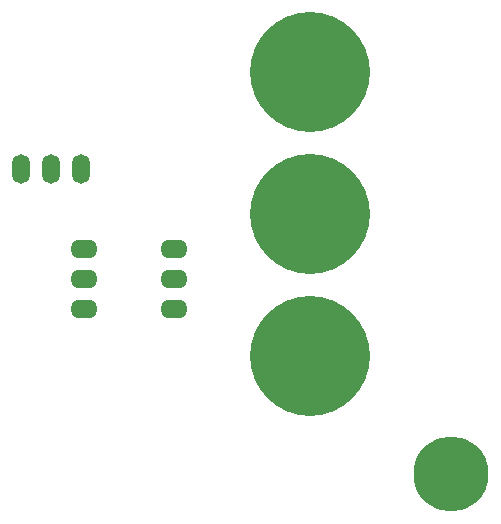
<source format=gbl>
G04 #@! TF.FileFunction,Copper,L2,Bot,Signal*
%FSLAX46Y46*%
G04 Gerber Fmt 4.6, Leading zero omitted, Abs format (unit mm)*
G04 Created by KiCad (PCBNEW 4.0.1-stable) date 3/5/2016 3:38:05 PM*
%MOMM*%
G01*
G04 APERTURE LIST*
%ADD10C,0.150000*%
%ADD11O,1.501140X2.499360*%
%ADD12O,2.300000X1.600000*%
%ADD13C,10.160000*%
%ADD14C,6.350000*%
G04 APERTURE END LIST*
D10*
D11*
X21082000Y-20193000D03*
X18542000Y-20193000D03*
X23622000Y-20193000D03*
D12*
X23876000Y-26924000D03*
X23876000Y-29464000D03*
X23876000Y-32004000D03*
X31496000Y-32004000D03*
X31496000Y-29464000D03*
X31496000Y-26924000D03*
D13*
X43000000Y-36000000D03*
X43000000Y-12000000D03*
X43000000Y-24000000D03*
D14*
X55000000Y-46000000D03*
M02*

</source>
